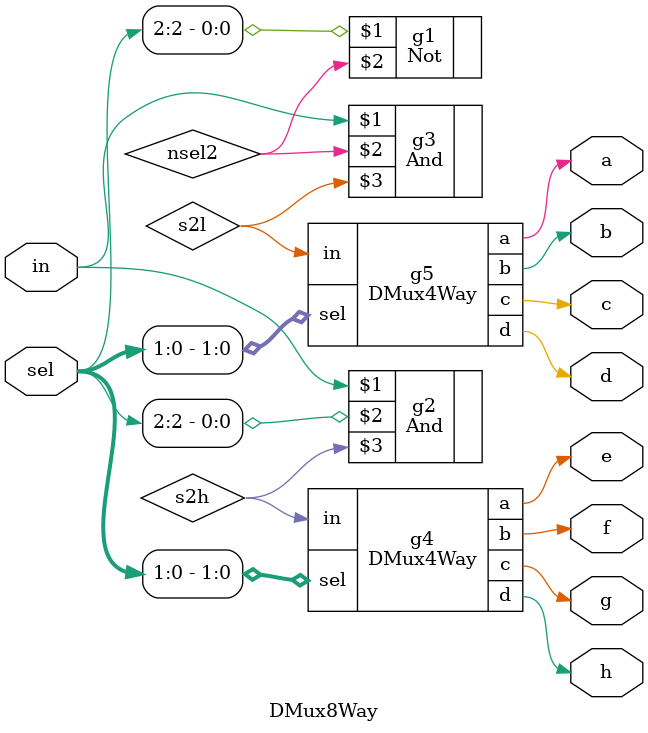
<source format=v>

`include "../Ch1/gate16.v"

module Mux(input a, b, sel, output out);
  Not g1(sel, nsel);
  And g2(a, nsel, o1);
  And g3(b, sel, o2);
  Or  g4(o1, o2, out);
endmodule

module DMux(input in, sel, output a, b);
  Not g1(sel, nsel);
  And g2(nsel, in, a);
  And g3(sel,  in, b);
endmodule

module Mux16(input[15:0] a, b, input sel, output[15:0] out);
  Mux g0(a[0], b[0], sel, out[0]);
  Mux g1(a[1], b[1], sel, out[1]);
  Mux g2(a[2], b[2], sel, out[2]);
  Mux g3(a[3], b[3], sel, out[3]);
  Mux g4(a[4], b[4], sel, out[4]);
  Mux g5(a[5], b[5], sel, out[5]);
  Mux g6(a[6],  b[6],  sel, out[6]);
  Mux g7(a[7],  b[7],  sel, out[7]);
  Mux g8(a[8],  b[8],  sel, out[8]);
  Mux g9(a[9],  b[9],  sel, out[9]);
  Mux g10(a[10],  b[10],  sel, out[10]);
  Mux g11(a[11],  b[11],  sel, out[11]);
  Mux g12(a[12],  b[12],  sel, out[12]);
  Mux g13(a[13],  b[13],  sel, out[13]);
  Mux g14(a[14],  b[14],  sel, out[14]);
  Mux g15(a[15],  b[15],  sel, out[15]);
endmodule

module Mux4Way16(input[15:0] a,b,c,d, input[1:0] sel, output[15:0] out);
  wire [15:0] outab, outcd;
  Mux16 g1(a, b, sel[0], outab);
  Mux16 g2(c, d, sel[0], outcd);
  Mux16 g3(outab, outcd, sel[1], out);
endmodule

module Mux8Way16(input[15:0] a,b,c,d,e,f,g,h, input[2:0] sel, output[15:0] out);
  wire [15:0] outad, outeh;
  Mux4Way16 g1(a, b, c, d, sel[1:0], outad);
  Mux4Way16 g2(e, f, g, h, sel[1:0], outeh);
  Mux16     g3(outad, outeh, sel[2], out);
endmodule

module DMux4Way(input in, input[1:0] sel, output a,b,c,d);
  Not  g1(sel[1], nsel1);
  Not  g2(sel[0], nsel0);
  And  g3(nsel1,  nsel0,  sel00);
  And  g4(nsel1,  sel[0], sel01);
  And  g5(sel[1], nsel0,  sel10);
  And  g6(sel[1], sel[0], sel11);
  DMux g7(in, sel00, d0, a);
  DMux g8(in, sel01, d1, b);
  DMux g9(in, sel11, d2, d);
  DMux g10(in, sel10, d3, c);
endmodule

module DMux8Way(input in, input[2:0] sel, output a,b,c,d,e,f,g,h);
  Not g1(sel[2], nsel2);
  And g2(in, sel[2], s2h);
  And g3(in, nsel2,  s2l);
  DMux4Way g4(s2h, sel[1:0], e, f, g, h);
  DMux4Way g5(s2l, sel[1:0], a, b, c, d);
endmodule


</source>
